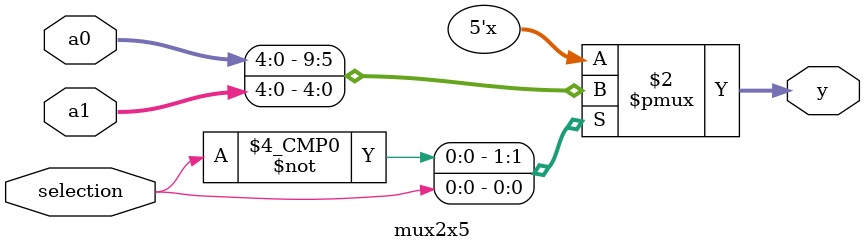
<source format=v>

`timescale 1ns / 1ps

module mux2x5(input [4:0] a0, a1,
              input selection,
              output reg [4:0] y);
               
    always@(a0, a1, selection) begin
        case(selection)
            1'b0: 
                y = a0;
            1'b1:
                y = a1;
        endcase
    end
endmodule

</source>
